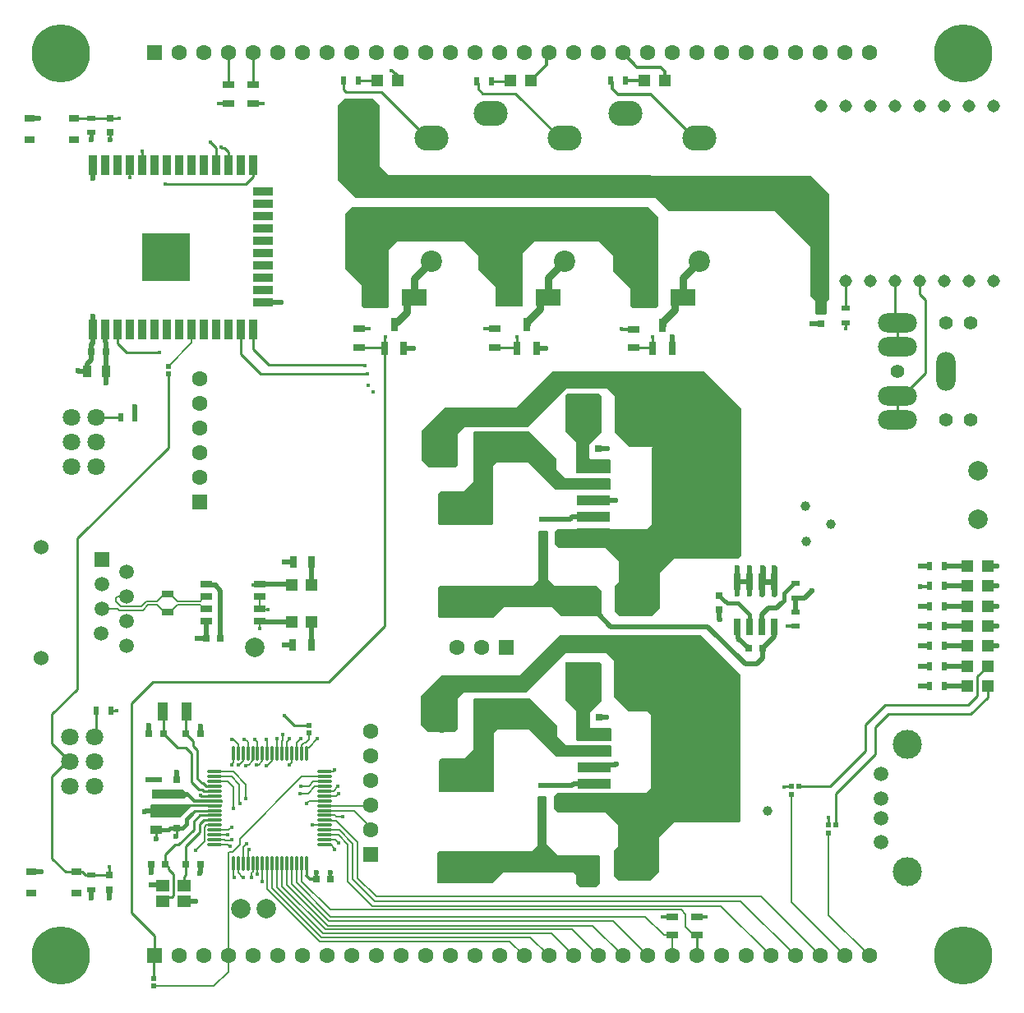
<source format=gbr>
%TF.GenerationSoftware,Altium Limited,Altium Designer,21.8.1 (53)*%
G04 Layer_Physical_Order=1*
G04 Layer_Color=255*
%FSLAX45Y45*%
%MOMM*%
%TF.SameCoordinates,BA403207-4E74-424F-88DB-B819054AD5B4*%
%TF.FilePolarity,Positive*%
%TF.FileFunction,Copper,L1,Top,Signal*%
%TF.Part,Single*%
G01*
G75*
%TA.AperFunction,SMDPad,CuDef*%
%ADD10R,3.50000X1.60000*%
%ADD11R,0.80000X0.80000*%
%ADD12R,0.72000X1.78000*%
%ADD13R,0.90000X0.60000*%
%ADD14R,0.60000X0.60000*%
G04:AMPARAMS|DCode=15|XSize=1.47mm|YSize=0.28mm|CornerRadius=0.035mm|HoleSize=0mm|Usage=FLASHONLY|Rotation=90.000|XOffset=0mm|YOffset=0mm|HoleType=Round|Shape=RoundedRectangle|*
%AMROUNDEDRECTD15*
21,1,1.47000,0.21000,0,0,90.0*
21,1,1.40000,0.28000,0,0,90.0*
1,1,0.07000,0.10500,0.70000*
1,1,0.07000,0.10500,-0.70000*
1,1,0.07000,-0.10500,-0.70000*
1,1,0.07000,-0.10500,0.70000*
%
%ADD15ROUNDEDRECTD15*%
G04:AMPARAMS|DCode=16|XSize=1.47mm|YSize=0.28mm|CornerRadius=0.035mm|HoleSize=0mm|Usage=FLASHONLY|Rotation=0.000|XOffset=0mm|YOffset=0mm|HoleType=Round|Shape=RoundedRectangle|*
%AMROUNDEDRECTD16*
21,1,1.47000,0.21000,0,0,0.0*
21,1,1.40000,0.28000,0,0,0.0*
1,1,0.07000,0.70000,-0.10500*
1,1,0.07000,-0.70000,-0.10500*
1,1,0.07000,-0.70000,0.10500*
1,1,0.07000,0.70000,0.10500*
%
%ADD16ROUNDEDRECTD16*%
%ADD17R,0.90000X2.00000*%
%ADD18R,2.00000X0.90000*%
%ADD19R,5.00000X5.00000*%
%ADD20R,1.30000X0.70000*%
%ADD21R,0.60000X0.60000*%
%ADD22R,0.80000X0.80000*%
%ADD23R,0.90000X0.50000*%
%ADD24R,2.50000X2.30000*%
%ADD25R,5.40000X2.90000*%
%ADD26R,8.60000X10.70000*%
%ADD27R,3.40000X1.00000*%
%ADD28R,0.70000X1.30000*%
%ADD29R,1.20000X1.20000*%
%ADD30R,1.20000X0.80000*%
%ADD31R,0.60000X0.90000*%
%TA.AperFunction,ConnectorPad*%
%ADD32R,0.60000X0.90000*%
%TA.AperFunction,SMDPad,CuDef*%
%ADD33R,2.50000X1.80000*%
%ADD34R,0.50000X0.90000*%
%ADD35R,0.80000X1.40000*%
%ADD36R,1.00000X0.70000*%
%ADD37R,1.40000X1.20000*%
%ADD38R,1.30000X0.90000*%
%ADD39R,1.10000X1.90000*%
%ADD40R,0.90000X1.30000*%
%TA.AperFunction,Conductor*%
%ADD41C,0.20000*%
%ADD42C,0.25400*%
%ADD43C,0.50000*%
%ADD44C,0.30000*%
%ADD45C,0.29300*%
%ADD46C,0.60000*%
%ADD47C,0.28000*%
%ADD48C,0.29337*%
%ADD49C,0.40000*%
%ADD50C,0.19716*%
%ADD51C,0.80000*%
%ADD52C,0.24000*%
%TA.AperFunction,ViaPad*%
%ADD53C,6.00000*%
%TA.AperFunction,ComponentPad*%
%ADD54C,1.60000*%
%ADD55R,1.60000X1.60000*%
%ADD56C,2.00000*%
%ADD57R,1.60000X1.60000*%
%ADD58C,1.52400*%
%ADD59C,1.50000*%
%ADD60R,1.50000X1.50000*%
%ADD61O,3.50000X2.60000*%
%ADD62C,2.20000*%
%ADD63C,3.00000*%
%ADD64C,1.80000*%
%ADD65R,1.30800X1.30800*%
%ADD66C,1.30800*%
%ADD67O,2.00000X4.00000*%
%ADD68O,4.00000X2.00000*%
%ADD69C,1.40000*%
%TA.AperFunction,ViaPad*%
%ADD70C,0.45000*%
%ADD71C,0.60000*%
%ADD72C,1.00000*%
G36*
X5575132Y-6289002D02*
Y-6669003D01*
X5455132Y-6789003D01*
Y-6939002D01*
X5465132Y-6949002D01*
X5665131D01*
X5675132Y-6959003D01*
Y-7079002D01*
X5665132Y-7089003D01*
X5325132D01*
X5315132Y-7079003D01*
Y-6979003D01*
Y-6769002D01*
X5205132Y-6659002D01*
Y-6276653D01*
X5212783Y-6269002D01*
X5555132D01*
X5575132Y-6289002D01*
D02*
G37*
G36*
X5115134Y-6929002D02*
Y-7039002D01*
X5205134Y-7129002D01*
X5665134D01*
X5675134Y-7139002D01*
Y-7239002D01*
X5665134Y-7249002D01*
X5105134D01*
X4825134Y-6969002D01*
X4495134D01*
X4465134Y-6999002D01*
Y-7599002D01*
X4455134Y-7609002D01*
X3905134D01*
X3895134Y-7599002D01*
Y-7289002D01*
X3919310Y-7264826D01*
X4159310D01*
X4255134Y-7169002D01*
Y-6659002D01*
X4265134Y-6649002D01*
X4835134D01*
X5115134Y-6929002D01*
D02*
G37*
G36*
X1290000Y-7610000D02*
X1315612D01*
X1393112Y-7687500D01*
X1661757D01*
X1667500Y-7693243D01*
Y-7710000D01*
X1660392Y-7717108D01*
X1368681D01*
X1311572Y-7660000D01*
X1290000D01*
X1270000Y-7680000D01*
X945648D01*
X940000Y-7674352D01*
Y-7588273D01*
X946135Y-7582138D01*
X1262138D01*
X1290000Y-7610000D01*
D02*
G37*
G36*
X1665000Y-7765000D02*
X1662460Y-7767540D01*
X1342460D01*
X1235000Y-7875000D01*
X930000D01*
X924089Y-7869089D01*
Y-7747500D01*
X934089Y-7737500D01*
X1665000D01*
Y-7765000D01*
D02*
G37*
G36*
X7003447Y-6400946D02*
Y-7906502D01*
X6983447Y-7926502D01*
X6320133D01*
X6170133Y-8076502D01*
Y-8096502D01*
X6169289Y-8435659D01*
X6082397Y-8522550D01*
X5754493D01*
X5703445Y-8471502D01*
Y-8211503D01*
X5743445Y-8171503D01*
Y-7951503D01*
X5613445Y-7821503D01*
X5123445D01*
X5083445Y-7781503D01*
Y-7651503D01*
X5113445Y-7621502D01*
X6033445D01*
X6083445Y-7571503D01*
Y-6816502D01*
X6080133Y-6811503D01*
X6050133Y-6781503D01*
X5855133D01*
X5700133Y-6626502D01*
Y-6256502D01*
X5624354Y-6180723D01*
X5209865D01*
X5170133Y-6216502D01*
X4800133Y-6586502D01*
X4150133D01*
X4090133Y-6646502D01*
Y-6966502D01*
X4070133Y-6986502D01*
Y-6986502D01*
X4069543Y-6989002D01*
X3782633D01*
X3710133Y-6916502D01*
Y-6616502D01*
X3920133Y-6406502D01*
X4730133D01*
X4970133Y-6166502D01*
X5140133Y-5996502D01*
X6599005D01*
X7003447Y-6400946D01*
D02*
G37*
G36*
X5010134Y-7664002D02*
Y-8154002D01*
X5080134Y-8224002D01*
X5120134Y-8264002D01*
X5550134D01*
X5560134Y-8274002D01*
Y-8546502D01*
X5516131Y-8590505D01*
X5346844D01*
X5310133Y-8546502D01*
Y-8466502D01*
X5290133Y-8446502D01*
X5287633Y-8444002D01*
X4560134D01*
X4450134Y-8554002D01*
X3890134D01*
X3880134Y-8546502D01*
Y-8534002D01*
Y-8244002D01*
X3900134Y-8224002D01*
X4850134D01*
X4910134Y-8164002D01*
Y-7664002D01*
X4920134Y-7654002D01*
X5000134D01*
X5010134Y-7664002D01*
D02*
G37*
G36*
X6160000Y-1681000D02*
Y-2600000D01*
X6140000Y-2620000D01*
X5890000D01*
X5870000Y-2600000D01*
Y-2420000D01*
X5690000Y-2240000D01*
Y-2080000D01*
X5550000Y-1940000D01*
X4880000D01*
X4760000Y-2060000D01*
Y-2600000D01*
X4750000Y-2610000D01*
X4490000D01*
X4480000Y-2600000D01*
Y-2410000D01*
X4300000Y-2230000D01*
Y-2080000D01*
X4160000Y-1940000D01*
X3470000D01*
X3385000Y-2025000D01*
Y-2605000D01*
X3367500Y-2622500D01*
X3120651D01*
X3119017Y-2624133D01*
X3097500Y-2602616D01*
Y-2387500D01*
X2930000Y-2220000D01*
Y-1649000D01*
X2999000Y-1580000D01*
X6059000D01*
X6160000Y-1681000D01*
D02*
G37*
G36*
X3290278Y-532778D02*
Y-1165278D01*
X3380000Y-1255000D01*
X6082286D01*
X6085848Y-1258562D01*
X7728040D01*
X7918716Y-1449238D01*
Y-2526780D01*
X7891601Y-2553895D01*
Y-2679045D01*
X7875958Y-2694689D01*
X7790438D01*
X7776880Y-2681131D01*
Y-2549724D01*
X7728103Y-2500946D01*
Y-1999103D01*
X7474801Y-1745801D01*
X7358000Y-1629000D01*
X6271500D01*
X6135000Y-1492500D01*
X3042500D01*
X2857500Y-1307500D01*
Y-530000D01*
X2925000Y-462500D01*
X3220000D01*
X3290278Y-532778D01*
D02*
G37*
G36*
X5570188Y-3525922D02*
Y-3905923D01*
X5450188Y-4025923D01*
Y-4175922D01*
X5460188Y-4185922D01*
X5660188D01*
X5670188Y-4195923D01*
Y-4315922D01*
X5660188Y-4325923D01*
X5320188D01*
X5310188Y-4315923D01*
Y-4215922D01*
Y-4005922D01*
X5200188Y-3895922D01*
Y-3525922D01*
X5220188Y-3505922D01*
X5550188D01*
X5570188Y-3525922D01*
D02*
G37*
G36*
X5110188Y-4175922D02*
Y-4285923D01*
X5200188Y-4375922D01*
X5660188D01*
X5670188Y-4385922D01*
Y-4485922D01*
X5660188Y-4495922D01*
X5100188D01*
X4820188Y-4215922D01*
X4490188D01*
X4460188Y-4245922D01*
Y-4845922D01*
X4450188Y-4855922D01*
X3900188D01*
X3890188Y-4845922D01*
Y-4535922D01*
X3914364Y-4511746D01*
X4154365D01*
X4250188Y-4415923D01*
Y-3905922D01*
X4260188Y-3895922D01*
X4830188D01*
X5110188Y-4175922D01*
D02*
G37*
G36*
X7009503Y-3658279D02*
Y-5169942D01*
X6976824Y-5202622D01*
X6326189Y-5202621D01*
X6176189Y-5352621D01*
Y-5372621D01*
X6175345Y-5711777D01*
X6088453Y-5798669D01*
X5760549D01*
X5709501Y-5747621D01*
Y-5487621D01*
X5749501Y-5447621D01*
Y-5227621D01*
X5619501Y-5097621D01*
X5129501D01*
X5089501Y-5057621D01*
Y-4927621D01*
X5119501Y-4897621D01*
X6039501D01*
X6089501Y-4847621D01*
Y-4067621D01*
X6099501Y-4057621D01*
X5861189D01*
X5706189Y-3902621D01*
Y-3532621D01*
X5630410Y-3456842D01*
X5211968D01*
X4817888Y-3850922D01*
X4167888D01*
X4096189Y-3922621D01*
Y-4242621D01*
X4076189Y-4262621D01*
Y-4262621D01*
X4075599Y-4265121D01*
X3788689D01*
X3716189Y-4192621D01*
Y-3892621D01*
X3957887Y-3650923D01*
X4695388D01*
X5073690Y-3272621D01*
X6623844D01*
X7009503Y-3658279D01*
D02*
G37*
G36*
X5020188Y-4925922D02*
Y-5415922D01*
X5090188Y-5485922D01*
X5520188D01*
X5570188Y-5535922D01*
Y-5695922D01*
Y-5775922D01*
X5545187Y-5800923D01*
X5160188D01*
X5065188Y-5705922D01*
X4570188D01*
X4460188Y-5815922D01*
X3900188D01*
Y-5805922D01*
X3890188Y-5795922D01*
Y-5505922D01*
X3910188Y-5485922D01*
X4860188D01*
X4920188Y-5425923D01*
Y-4925922D01*
X4930188Y-4915922D01*
X5010188D01*
X5020188Y-4925922D01*
D02*
G37*
D10*
X5380189Y-5615922D02*
D03*
X5888189D02*
D03*
X5890133Y-6356502D02*
D03*
X5382133D02*
D03*
X5380189Y-3605922D02*
D03*
X5888189D02*
D03*
X5382133Y-8356502D02*
D03*
X5890133D02*
D03*
D11*
X2781716Y-8512099D02*
D03*
X2631716D02*
D03*
X7087364Y-6128094D02*
D03*
X7237364D02*
D03*
X5540189Y-4075922D02*
D03*
X5390189D02*
D03*
X5395133Y-6839002D02*
D03*
X5545133D02*
D03*
X1649211Y-6027013D02*
D03*
X1499211D02*
D03*
X1081843Y-8353884D02*
D03*
X931843D02*
D03*
X1291843D02*
D03*
X1441843D02*
D03*
X1291843Y-7013884D02*
D03*
X1441843D02*
D03*
X911843D02*
D03*
X1061843D02*
D03*
X317500Y-3075000D02*
D03*
X467500D02*
D03*
D12*
X7352901Y-5909292D02*
D03*
X7225901D02*
D03*
X7098901D02*
D03*
X6971901D02*
D03*
Y-5441292D02*
D03*
X7098901D02*
D03*
X7225901D02*
D03*
X7352901D02*
D03*
D13*
X7571939Y-5610583D02*
D03*
Y-5460583D02*
D03*
X7571536Y-5903947D02*
D03*
Y-5753947D02*
D03*
X1000000Y-7630000D02*
D03*
Y-7480000D02*
D03*
D14*
X2560886Y-7002574D02*
D03*
Y-6922574D02*
D03*
X1108000Y-3305000D02*
D03*
Y-3225000D02*
D03*
X7528516Y-7634371D02*
D03*
Y-7554371D02*
D03*
X961290Y-9529885D02*
D03*
Y-9609885D02*
D03*
X7909882Y-8032963D02*
D03*
Y-7952963D02*
D03*
D15*
X1780001Y-8344000D02*
D03*
X1830000D02*
D03*
X1880001D02*
D03*
X1930000D02*
D03*
X1980001D02*
D03*
X2030001D02*
D03*
X2080000D02*
D03*
X2130001D02*
D03*
X2180000D02*
D03*
X2230001D02*
D03*
X2280001D02*
D03*
X2330000D02*
D03*
X2380001D02*
D03*
X2430000D02*
D03*
X2480001D02*
D03*
X2530001D02*
D03*
Y-7210000D02*
D03*
X2480001D02*
D03*
X2430000D02*
D03*
X2380001D02*
D03*
X2330000D02*
D03*
X2280001D02*
D03*
X2230001D02*
D03*
X2180000D02*
D03*
X2130001D02*
D03*
X2080000D02*
D03*
X2030001D02*
D03*
X1980001D02*
D03*
X1930000D02*
D03*
X1880001D02*
D03*
X1830000D02*
D03*
X1780001D02*
D03*
D16*
X1588001Y-7402000D02*
D03*
Y-7452000D02*
D03*
Y-7502000D02*
D03*
Y-7552000D02*
D03*
Y-7602000D02*
D03*
Y-7652000D02*
D03*
Y-7702000D02*
D03*
Y-7752000D02*
D03*
Y-7802000D02*
D03*
Y-7852000D02*
D03*
Y-7902000D02*
D03*
Y-7952000D02*
D03*
Y-8002000D02*
D03*
Y-8052000D02*
D03*
Y-8102000D02*
D03*
Y-8152000D02*
D03*
X2722000D02*
D03*
Y-8102000D02*
D03*
Y-8052000D02*
D03*
Y-8002000D02*
D03*
Y-7952000D02*
D03*
Y-7902000D02*
D03*
Y-7852000D02*
D03*
Y-7802000D02*
D03*
Y-7752000D02*
D03*
Y-7702000D02*
D03*
Y-7652000D02*
D03*
Y-7602000D02*
D03*
Y-7552000D02*
D03*
Y-7502000D02*
D03*
Y-7452000D02*
D03*
Y-7402000D02*
D03*
D17*
X334000Y-1147332D02*
D03*
X461000D02*
D03*
X588000D02*
D03*
X715000D02*
D03*
X842000D02*
D03*
X969000D02*
D03*
X1096000D02*
D03*
X1223000D02*
D03*
X1350000D02*
D03*
X1477000D02*
D03*
X1604000D02*
D03*
X1731000D02*
D03*
X1858000D02*
D03*
X1985000D02*
D03*
Y-2847332D02*
D03*
X1858000D02*
D03*
X1731000D02*
D03*
X1604000D02*
D03*
X1477000D02*
D03*
X1350000D02*
D03*
X1223000D02*
D03*
X1096000D02*
D03*
X969000D02*
D03*
X842000D02*
D03*
X715000D02*
D03*
X588000D02*
D03*
X461000D02*
D03*
X334000D02*
D03*
D18*
X2085000Y-1425832D02*
D03*
Y-1552832D02*
D03*
Y-1679832D02*
D03*
Y-1806832D02*
D03*
Y-1933832D02*
D03*
Y-2060832D02*
D03*
Y-2187832D02*
D03*
Y-2314832D02*
D03*
Y-2441832D02*
D03*
Y-2568832D02*
D03*
D19*
X1084100Y-2097633D02*
D03*
D20*
X1100000Y-5758000D02*
D03*
Y-5568000D02*
D03*
X6299500Y-9085325D02*
D03*
Y-8895325D02*
D03*
X6553500Y-9085325D02*
D03*
Y-8895325D02*
D03*
X1728488Y-514094D02*
D03*
Y-324095D02*
D03*
X1984073Y-514094D02*
D03*
Y-324095D02*
D03*
X5900000Y-2840000D02*
D03*
Y-3030000D02*
D03*
X3077500Y-2837500D02*
D03*
Y-3027500D02*
D03*
X4472447Y-3027501D02*
D03*
Y-2837501D02*
D03*
D21*
X7528516Y-7554371D02*
D03*
X7608516D02*
D03*
X7989882Y-7952963D02*
D03*
X7909882D02*
D03*
D22*
X6787786Y-5583733D02*
D03*
Y-5733733D02*
D03*
X7832450Y-2637164D02*
D03*
Y-2787164D02*
D03*
X1192500Y-7980000D02*
D03*
Y-7830000D02*
D03*
Y-7630000D02*
D03*
Y-7480000D02*
D03*
X514705Y-665000D02*
D03*
Y-815000D02*
D03*
X500000Y-8620000D02*
D03*
Y-8470000D02*
D03*
D23*
X4960133Y-7546502D02*
D03*
Y-7696502D02*
D03*
X5140133D02*
D03*
Y-7546502D02*
D03*
X5140189Y-4945922D02*
D03*
Y-4795922D02*
D03*
X4970189Y-4945922D02*
D03*
Y-4795922D02*
D03*
X8087629Y-2773733D02*
D03*
Y-2623733D02*
D03*
X317500Y-815000D02*
D03*
Y-665000D02*
D03*
X320000Y-8470000D02*
D03*
Y-8620000D02*
D03*
D24*
X3950189Y-4025922D02*
D03*
X4380189D02*
D03*
X3957633Y-6774002D02*
D03*
X4387633D02*
D03*
D25*
X4180133Y-7416502D02*
D03*
Y-8386502D02*
D03*
X4180190Y-5655922D02*
D03*
Y-4685922D02*
D03*
D26*
X6550189Y-4605922D02*
D03*
X6558130Y-7356818D02*
D03*
D27*
X5490189Y-4945923D02*
D03*
Y-4775922D02*
D03*
Y-4605922D02*
D03*
Y-4435923D02*
D03*
Y-4265922D02*
D03*
X5498130Y-7016818D02*
D03*
Y-7186818D02*
D03*
Y-7356818D02*
D03*
Y-7526818D02*
D03*
Y-7696818D02*
D03*
D28*
X2583155Y-6097502D02*
D03*
X2393155D02*
D03*
X2588155Y-5237502D02*
D03*
X2398155D02*
D03*
D29*
X2588511Y-5855002D02*
D03*
X2378511D02*
D03*
X2588511Y-5473480D02*
D03*
X2378511D02*
D03*
X3475210Y-281088D02*
D03*
X3265210D02*
D03*
X4843339Y-282439D02*
D03*
X4633339D02*
D03*
X6227542Y-278741D02*
D03*
X6017542D02*
D03*
X9550000Y-6520930D02*
D03*
X9340000D02*
D03*
Y-6105443D02*
D03*
X9550000D02*
D03*
X9340000Y-5696042D02*
D03*
X9550000D02*
D03*
X9340000Y-5490000D02*
D03*
X9550000D02*
D03*
Y-5280000D02*
D03*
X9340000D02*
D03*
Y-5900000D02*
D03*
X9550000D02*
D03*
X9340000Y-6313844D02*
D03*
X9550000D02*
D03*
D30*
X2050368Y-5853636D02*
D03*
Y-5726636D02*
D03*
Y-5599636D02*
D03*
Y-5472636D02*
D03*
X1500368Y-5853636D02*
D03*
Y-5726636D02*
D03*
Y-5599636D02*
D03*
Y-5472636D02*
D03*
D31*
X2917272Y-281996D02*
D03*
X3067272D02*
D03*
X4285726Y-284134D02*
D03*
X4435726D02*
D03*
X9103680Y-5280000D02*
D03*
X8953680D02*
D03*
D32*
X5670000Y-280000D02*
D03*
X5820000D02*
D03*
D33*
X6014542Y-2512500D02*
D03*
X6414542D02*
D03*
X3642500Y-2512500D02*
D03*
X3242500D02*
D03*
X4622702Y-2512500D02*
D03*
X5022702D02*
D03*
D34*
X9103461Y-5696364D02*
D03*
X8953461D02*
D03*
X9103680Y-6106794D02*
D03*
X8953680D02*
D03*
X767500Y-3752500D02*
D03*
X617500D02*
D03*
X515000Y-6775000D02*
D03*
X365000D02*
D03*
X8953680Y-5901036D02*
D03*
X9103680D02*
D03*
Y-6520697D02*
D03*
X8953680D02*
D03*
Y-5490000D02*
D03*
X9103680D02*
D03*
X9104390Y-6313388D02*
D03*
X8954390D02*
D03*
D35*
X6100000Y-3040000D02*
D03*
X6300000D02*
D03*
X6200000Y-2800000D02*
D03*
X3436250Y-2795000D02*
D03*
X3536250Y-3035000D02*
D03*
X3336250D02*
D03*
X4801961Y-2795000D02*
D03*
X4901961Y-3035000D02*
D03*
X4701961D02*
D03*
D36*
X-300000Y-8430000D02*
D03*
D03*
Y-8655000D02*
D03*
X160000D02*
D03*
Y-8430000D02*
D03*
X137500Y-665000D02*
D03*
Y-890000D02*
D03*
X-322500D02*
D03*
Y-665000D02*
D03*
D03*
D37*
X1271843Y-8573884D02*
D03*
X1051843D02*
D03*
Y-8733884D02*
D03*
X1271843D02*
D03*
D38*
X988951Y-7997316D02*
D03*
Y-7807316D02*
D03*
D39*
X1301843Y-6783884D02*
D03*
X1051843D02*
D03*
D40*
X467500Y-3275000D02*
D03*
X277500D02*
D03*
D41*
X1108000Y-3225000D02*
X1350000Y-2983000D01*
Y-2847332D01*
X2535249Y-7730378D02*
X2563627Y-7702000D01*
X2722000D01*
X2080000Y-7291695D02*
Y-7210000D01*
X2041336Y-7330359D02*
X2080000Y-7291695D01*
X2015239Y-7335143D02*
X2020022Y-7330359D01*
X2041336D01*
X1844533Y-8094756D02*
X2487289Y-7452000D01*
X2722000D01*
X2604608Y-7502000D02*
X2722000D01*
X2558962Y-7547647D02*
X2604608Y-7502000D01*
X2471191Y-7547647D02*
X2558962D01*
X2621271Y-7552000D02*
X2722000D01*
X2470183Y-7625217D02*
X2548054D01*
X2621271Y-7552000D01*
X2465400Y-7630000D02*
X2470183Y-7625217D01*
X7214996Y-8688996D02*
X7823500Y-9297500D01*
X3251070Y-8688996D02*
X7214996D01*
X3058234Y-8496160D02*
X3251070Y-8688996D01*
X6392720Y-8825046D02*
X6437546Y-8869873D01*
X2776483Y-8825046D02*
X6392720D01*
X2483230Y-8531793D02*
X2776483Y-8825046D01*
X6437546Y-8999371D02*
Y-8869873D01*
X2131600Y-7335319D02*
X2136376D01*
X2116588Y-7343566D02*
X2123353D01*
X2131600Y-7335319D01*
X2136376D02*
X2178700Y-7292995D01*
X1843970Y-7725708D02*
Y-7532480D01*
Y-7725708D02*
X1847150Y-7728887D01*
X1844533Y-8155788D02*
Y-8094756D01*
X1727500Y-9461382D02*
Y-8239408D01*
X2840453Y-7863309D02*
X2904055D01*
X2829144Y-7852000D02*
X2840453Y-7863309D01*
X2724001Y-7904000D02*
X2838761D01*
X2722001Y-7902000D02*
X2724001Y-7904000D01*
X2838761D02*
X3058234Y-8123473D01*
X2722000Y-7852000D02*
X2829144D01*
X2722000Y-7802000D02*
X3025113D01*
X3197580Y-7974467D01*
X3058234Y-8496160D02*
Y-8123473D01*
X2814510Y-8200581D02*
X2819293Y-8205365D01*
X2814510Y-8200581D02*
Y-8185010D01*
X2785500Y-8156000D02*
X2814510Y-8185010D01*
X2726000Y-8156000D02*
X2785500D01*
X2722000Y-8152000D02*
X2726000Y-8156000D01*
X3011719Y-8511171D02*
Y-8143862D01*
X3235035Y-8734486D02*
X7006487D01*
X3011719Y-8511171D02*
X3235035Y-8734486D01*
X2961452Y-8530121D02*
X3214910Y-8783580D01*
X2961452Y-8530121D02*
Y-8152469D01*
X3214910Y-8783580D02*
X6801580D01*
X2281900Y-8584919D02*
X2725013Y-9028032D01*
X5268032D01*
X2281900Y-8584919D02*
Y-8345900D01*
X2230001Y-8591740D02*
Y-8344000D01*
X2689997Y-9108305D02*
X4840305D01*
X2180000Y-8598308D02*
Y-8344000D01*
X2230001Y-8591740D02*
X2706292Y-9068032D01*
X5054032D01*
X2180000Y-8598308D02*
X2689997Y-9108305D01*
X2130001Y-8606281D02*
X2672025Y-9148305D01*
X2130001Y-8606281D02*
Y-8344000D01*
X2672025Y-9148305D02*
X4626305D01*
X2330000Y-8565599D02*
X2751243Y-8986842D01*
X5480842D01*
X2330000Y-8565599D02*
Y-8344000D01*
X2380001Y-8555429D02*
Y-8344000D01*
Y-8555429D02*
X2765242Y-8940671D01*
X5688671D01*
X2430000Y-8543809D02*
Y-8344000D01*
X2783408Y-8897216D02*
X6026524D01*
X2430000Y-8543809D02*
X2783408Y-8897216D01*
X2483230Y-8531793D02*
Y-8347229D01*
X2079801Y-8534299D02*
Y-8344200D01*
X2080000Y-8344000D01*
X2076990Y-8537110D02*
X2079801Y-8534299D01*
X1880001Y-8344000D02*
Y-8180161D01*
X1916676Y-8143486D01*
X1772628Y-8227692D02*
X1844533Y-8155788D01*
X1739216Y-8227692D02*
X1772628D01*
X1589301Y-8153300D02*
X1590601Y-8152000D01*
X1720780D01*
X1737156Y-8168375D02*
X1743921D01*
X1720780Y-8152000D02*
X1737156Y-8168375D01*
X1697971Y-8107200D02*
X1763593D01*
X1767025Y-8103769D01*
X1692771Y-8102000D02*
X1697971Y-8107200D01*
X2480001Y-8344000D02*
X2483230Y-8347229D01*
X6026524Y-8897216D02*
X6214632Y-9085325D01*
X5688671Y-8940671D02*
X6045500Y-9297500D01*
X5480842Y-8986842D02*
X5791500Y-9297500D01*
X5268032Y-9028032D02*
X5537500Y-9297500D01*
X4626305Y-9148305D02*
X4775500Y-9297500D01*
X2560886Y-7067511D02*
Y-7002574D01*
X2486001Y-7126124D02*
X2505625Y-7106500D01*
X2480001Y-7210000D02*
X2484001Y-7206000D01*
Y-7136785D02*
X2486001Y-7134785D01*
X2521896Y-7106500D02*
X2560886Y-7067511D01*
X2505625Y-7106500D02*
X2521896D01*
X2484001Y-7206000D02*
Y-7136785D01*
X2486001Y-7134785D02*
Y-7126124D01*
X2558317Y-7150442D02*
X2647700Y-7061059D01*
X2530001Y-7154442D02*
X2534001Y-7150442D01*
X2530001Y-7210000D02*
Y-7154442D01*
X2534001Y-7150442D02*
X2558317D01*
X2430000Y-7210000D02*
Y-7105489D01*
X2475199Y-7060290D01*
X3197580Y-8000386D02*
Y-7974467D01*
X715000Y-1147332D02*
X715740Y-1146592D01*
X713440Y-1148893D02*
X715000Y-1147332D01*
X713440Y-1276698D02*
Y-1148893D01*
X1777696Y-7402000D02*
X1906272Y-7530576D01*
Y-7676321D02*
Y-7530576D01*
X1980557Y-5476131D02*
X2046872D01*
X2050368Y-5472636D01*
X1780001Y-8472532D02*
X1793067Y-8485599D01*
Y-8488494D02*
Y-8485599D01*
X7911568Y-8877568D02*
Y-8034650D01*
Y-8877568D02*
X8331500Y-9297500D01*
X7528516Y-8748516D02*
Y-7634371D01*
Y-8748516D02*
X8077500Y-9297500D01*
X7006487Y-8734486D02*
X7569500Y-9297500D01*
X6801580Y-8783580D02*
X7315500Y-9297500D01*
X5054032Y-9068032D02*
X5283500Y-9297500D01*
X4840305Y-9108305D02*
X5029500Y-9297500D01*
X2280001Y-8344000D02*
X2281900Y-8345900D01*
X2001401Y-7069801D02*
X2030001Y-7098400D01*
X2001401Y-7069801D02*
Y-7067978D01*
X2030001Y-7210000D02*
Y-7098400D01*
X1912633Y-7333590D02*
X1938105D01*
X1763491Y-7452000D02*
X1843970Y-7532480D01*
X1909840Y-7336384D02*
X1912633Y-7333590D01*
X1938105D02*
X1978701Y-7292994D01*
X2120602Y-7069724D02*
X2128701Y-7077823D01*
Y-7208700D02*
Y-7077823D01*
X2120602Y-7069724D02*
Y-7065774D01*
X2230001Y-7210000D02*
Y-7060000D01*
X2178700Y-7292995D02*
Y-7211300D01*
X2128701Y-7208700D02*
X2130001Y-7210000D01*
X2869857Y-8002000D02*
X3011719Y-8143862D01*
X2860983Y-8052000D02*
X2961452Y-8152469D01*
X7909882Y-8032963D02*
X7911568Y-8034650D01*
X2279371Y-7081270D02*
X2286758Y-7073884D01*
Y-7018463D01*
X2279371Y-7209371D02*
Y-7081270D01*
X2330000Y-7210000D02*
Y-7097635D01*
X2360335Y-7067300D01*
X2279371Y-7209371D02*
X2280001Y-7210000D01*
X2050368Y-5726636D02*
X2053662Y-5729931D01*
X2137438D01*
X2051050Y-5854319D02*
X2052256Y-5855524D01*
X2050368Y-5853636D02*
X2051050Y-5854319D01*
X2178700Y-7211300D02*
X2180000Y-7210000D01*
X2052256Y-5924472D02*
Y-5855524D01*
X1762700Y-7070000D02*
X1765493Y-7072794D01*
X1782793D01*
X1890160Y-7070072D02*
X1901672D01*
X1887367Y-7067279D02*
X1890160Y-7070072D01*
X1901672D02*
X1930000Y-7098400D01*
Y-7210000D02*
Y-7098400D01*
X2050368Y-5726636D02*
Y-5599636D01*
X1873838Y-8487708D02*
X1878499D01*
X1880546Y-8489755D01*
X2810318Y-7400700D02*
X2824999Y-7386020D01*
X2723300Y-7400700D02*
X2810318D01*
X2723300Y-7600700D02*
X2812866D01*
X2859533Y-7554034D01*
X2837552Y-7652000D02*
X2860998Y-7628554D01*
X2864949D01*
X2722000Y-7652000D02*
X2837552D01*
X1830000Y-8443870D02*
X1873838Y-8487708D01*
X1830000Y-8443870D02*
Y-8344000D01*
X1780001Y-8472532D02*
Y-8344000D01*
X1966864Y-8444041D02*
X1980001Y-8430905D01*
X1966864Y-8493588D02*
Y-8444041D01*
X1980001Y-8430905D02*
Y-8344000D01*
X2027300Y-8458134D02*
X2028701Y-8456734D01*
Y-8345300D01*
X2030001Y-8344000D01*
X1930000Y-8222499D02*
X1945000Y-8207500D01*
X1930000Y-8344000D02*
Y-8222499D01*
X2722000Y-7752000D02*
X3191966D01*
X2722000Y-8002000D02*
X2869857D01*
X2722000Y-8052000D02*
X2860983D01*
X2829127Y-8102075D02*
X2864752Y-8137700D01*
X2722076Y-8102075D02*
X2829127D01*
X2722000Y-8102000D02*
X2722076Y-8102075D01*
X1727500Y-8239408D02*
X1739216Y-8227692D01*
X1780339Y-7779351D02*
Y-7560339D01*
X1722001Y-7502000D02*
X1780339Y-7560339D01*
X1588001Y-7402000D02*
X1777696D01*
X1588001Y-7502000D02*
X1722001D01*
X1588001Y-7452000D02*
X1763491D01*
X1390000Y-8210000D02*
X1481700Y-8118300D01*
X6214632Y-9085325D02*
X6299500D01*
X6437546Y-8999371D02*
X6523501Y-9085325D01*
X6553500D01*
X6299500Y-9085325D02*
X6299500Y-9085325D01*
X6299500Y-9297500D02*
Y-9085325D01*
X2722000Y-7602000D02*
X2723300Y-7600700D01*
X2722000Y-7402000D02*
X2723300Y-7400700D01*
X2355400Y-7331426D02*
X2380001Y-7306825D01*
Y-7210000D01*
X2360335Y-7067300D02*
Y-7063349D01*
X1579905Y-9608976D02*
X1727500Y-9461382D01*
X1272563Y-9608976D02*
X1579905D01*
X1271654Y-9609885D02*
X1272563Y-9608976D01*
X961290Y-9609885D02*
X1271654D01*
X1763549Y-7972500D02*
X1767500D01*
X9366391Y-5681046D02*
X9376391Y-5671046D01*
X1481700Y-8118300D02*
Y-7976607D01*
X1505007Y-7953300D01*
X1586701D01*
X1588001Y-7952000D01*
X1717300Y-8052000D02*
X1720000Y-8054700D01*
X1588001Y-8052000D02*
X1717300D01*
X1588001Y-8102000D02*
X1692771D01*
X1588001Y-8002000D02*
X1734049D01*
X1763549Y-7972500D01*
X1978701Y-7292994D02*
Y-7211300D01*
X1980001Y-7210000D01*
X1878701Y-7292994D02*
Y-7211300D01*
X1830294Y-7329706D02*
X1841988D01*
X1878701Y-7211300D02*
X1880001Y-7210000D01*
X1841988Y-7329706D02*
X1878701Y-7292994D01*
X1827500Y-7332500D02*
X1830294Y-7329706D01*
X1760200Y-7330000D02*
Y-7326049D01*
X1778701Y-7307549D01*
Y-7211300D01*
X1780001Y-7210000D01*
X1828700Y-7208700D02*
X1830000Y-7210000D01*
X1828700Y-7208700D02*
Y-7118701D01*
X1782793Y-7072794D02*
X1828700Y-7118701D01*
X2595000Y-7950000D02*
X2596000Y-7951000D01*
X2721000D01*
X2722000Y-7952000D01*
D42*
X1108000Y-4059919D02*
Y-3305000D01*
X170036Y-4997883D02*
X1108000Y-4059919D01*
X1688336Y-970998D02*
X1731000Y-1013662D01*
X1658874Y-970998D02*
X1688336D01*
X1655124Y-967248D02*
X1658874Y-970998D01*
X2410096Y-6922574D02*
X2560886D01*
X2307722Y-6820200D02*
X2410096Y-6922574D01*
X839929Y-1145261D02*
Y-1005141D01*
Y-1145261D02*
X842000Y-1147332D01*
X588000Y-2990872D02*
X677582Y-3080454D01*
X1018445D01*
X-89854Y-7110146D02*
X100000Y-7300000D01*
X-89854Y-7110146D02*
Y-6808643D01*
X170036Y-6548753D01*
Y-4997883D01*
X730419Y-6694248D02*
X952046Y-6472621D01*
X730419Y-8853287D02*
Y-6694248D01*
X952046Y-6472621D02*
X2761772D01*
X3337500Y-5896893D01*
X8396203Y-7219519D02*
Y-6942815D01*
X7989796Y-7625926D02*
X8396203Y-7219519D01*
X7989796Y-7952877D02*
Y-7625926D01*
X7608516Y-7554371D02*
X7927838D01*
X8295074Y-7187136D01*
X7989796Y-7952877D02*
X7989882Y-7952963D01*
X7909709Y-7873169D02*
X7909795Y-7873256D01*
Y-7952877D02*
X7909882Y-7952963D01*
X7909795Y-7952877D02*
Y-7873256D01*
X7527286Y-7555601D02*
X7528516Y-7554371D01*
X7453353Y-7556831D02*
X7454584Y-7555601D01*
X7527286D01*
X3337500Y-5896893D02*
Y-3036250D01*
X3191966Y-7752000D02*
X3197580Y-7746386D01*
X6553500Y-9085325D02*
X6553500Y-9085325D01*
X6553500Y-9297500D02*
Y-9085325D01*
X3336250Y-3035000D02*
Y-2933371D01*
Y-3035000D02*
X3337500Y-3036250D01*
X3328750Y-3027500D02*
X3336250Y-3035000D01*
Y-2933371D02*
X3344421Y-2925201D01*
Y-2921250D01*
X5490189Y-4945922D02*
X5490189Y-4945923D01*
X5497815Y-7696502D02*
X5498130Y-7696818D01*
X4960133Y-7546502D02*
X4960449Y-7546187D01*
X3077500Y-3027500D02*
X3328750D01*
X1728488Y-324095D02*
X1728500Y-324083D01*
Y5000D01*
X1982500Y-322522D02*
Y5000D01*
Y-322522D02*
X1984073Y-324095D01*
X2057834Y-3301329D02*
X3156708D01*
X2148095Y-3211591D02*
X3129863D01*
X3132490Y-3214217D01*
X1858000Y-3101495D02*
X2057834Y-3301329D01*
X1985000Y-3048496D02*
X2148095Y-3211591D01*
X1985000Y-3048496D02*
Y-2847332D01*
X1858000Y-3101495D02*
Y-2847332D01*
X730419Y-8853287D02*
X965500Y-9088368D01*
X961290Y-9529885D02*
Y-9301710D01*
X965500Y-9297500D01*
Y-9088368D01*
X1600000Y-1143332D02*
Y-971669D01*
X1539824Y-911493D02*
X1600000Y-971669D01*
X1731000Y-1147332D02*
Y-1013662D01*
X1600000Y-1143332D02*
X1604000Y-1147332D01*
X588000Y-2990872D02*
Y-2847332D01*
X8088020Y-2623342D02*
Y-2343474D01*
X8529576Y-6809442D02*
X9374862D01*
X8396203Y-6942815D02*
X8529576Y-6809442D01*
X8295074Y-7187136D02*
Y-6913868D01*
X8494050Y-6714892D01*
X9352542D01*
X4345921Y-410522D02*
X4683022D01*
X5147500Y-875000D02*
X5192500D01*
X4683022Y-410522D02*
X5147500Y-875000D01*
X4302633Y-367234D02*
X4345921Y-410522D01*
X4302633Y-367234D02*
Y-301042D01*
X4285726Y-284134D02*
X4302633Y-301042D01*
X4631644Y-284134D02*
X4633339Y-282439D01*
X4435726Y-284134D02*
X4631644D01*
X3307305Y-399806D02*
X3777500Y-870000D01*
X2944189Y-399806D02*
X3307305D01*
X2917272Y-372889D02*
X2944189Y-399806D01*
X3777500Y-870000D02*
X3822500D01*
X2917272Y-372889D02*
Y-281996D01*
X3068180Y-281088D02*
X3265210D01*
X3067272Y-281996D02*
X3068180Y-281088D01*
X9374862Y-6809442D02*
X9550000Y-6634304D01*
X9352542Y-6714892D02*
X9443216Y-6624218D01*
X9550000Y-6634304D02*
Y-6520930D01*
X9443216Y-6624218D02*
Y-6420628D01*
X9550000Y-6313844D01*
X9336391Y-5711046D02*
X9341391Y-5716046D01*
X6100000Y-3040000D02*
Y-2920000D01*
X5900000Y-3030000D02*
X6090000D01*
X6100000Y-3040000D01*
X4700000Y-3033038D02*
Y-2920000D01*
Y-3033038D02*
X4701961Y-3035000D01*
X4694462Y-3027501D02*
X4700000Y-3033038D01*
X4472447Y-3027501D02*
X4694462D01*
X1588001Y-8152000D02*
X1589301Y-8153300D01*
D43*
X8888677Y-6520833D02*
X8953680D01*
X8858072Y-6520970D02*
X8858209Y-6520833D01*
X8888677D01*
X8858072Y-6314192D02*
X8892346D01*
X8858072Y-6106794D02*
X8953680D01*
X8858072Y-5900636D02*
X8953680D01*
X8893150Y-6313388D02*
X8954390D01*
X8892346Y-6314192D02*
X8893150Y-6313388D01*
X1499211Y-6027013D02*
X1499789Y-6026435D01*
X1498698Y-6027526D02*
X1499211Y-6027013D01*
X8886412Y-5697479D02*
X8887527Y-5696364D01*
X8858072Y-5697479D02*
X8886412D01*
X8887527Y-5696364D02*
X8953461D01*
X8953680Y-6520833D02*
Y-6520697D01*
X8888541Y-6520970D02*
X8888677Y-6520833D01*
X1410077Y-6027526D02*
X1498698D01*
X1409565Y-6028039D02*
X1410077Y-6027526D01*
X7098901Y-5441292D02*
X7099688Y-5442078D01*
Y-5567848D02*
Y-5442078D01*
X6971935Y-5570403D02*
Y-5441325D01*
X6971901Y-5441292D02*
X6971935Y-5441325D01*
X910542Y-7012583D02*
X911843Y-7013884D01*
X909240Y-6927907D02*
X910542Y-6929208D01*
Y-7012583D02*
Y-6929208D01*
X987159Y-7809200D02*
X987701Y-7808658D01*
X871310Y-7809200D02*
X987159D01*
X869425Y-7811084D02*
X871310Y-7809200D01*
X467500Y-3275000D02*
X467714Y-3275214D01*
Y-3391041D02*
Y-3275214D01*
Y-3391041D02*
X467927Y-3391255D01*
X5540670Y-4075442D02*
X5633750D01*
X5540189Y-4075922D02*
X5540670Y-4075442D01*
X5633750D02*
X5634231Y-4074962D01*
X8953680Y-5901036D02*
Y-5900636D01*
X1192561Y-7479939D02*
Y-7403799D01*
X1192621Y-7403739D01*
X1192500Y-7480000D02*
X1192561Y-7479939D01*
X7571939Y-5610583D02*
X7665279D01*
X7738006Y-5537856D01*
X7571737Y-5610784D02*
X7571939Y-5610583D01*
X7571536Y-5753947D02*
X7571737Y-5753745D01*
Y-5610784D01*
X7375216Y-5715183D02*
X7426484Y-5663915D01*
X7290185Y-5715183D02*
X7375216D01*
X7225901Y-5779466D02*
X7290185Y-5715183D01*
X7225901Y-5909292D02*
Y-5779466D01*
X2086335Y-2567498D02*
X2269747D01*
X2271082Y-2566163D01*
X2085000Y-2568832D02*
X2086335Y-2567498D01*
X1649211Y-6027013D02*
Y-5535837D01*
X1592554Y-5479180D02*
X1649211Y-5535837D01*
X2310161Y-5238593D02*
X2397064D01*
X2309070Y-5239684D02*
X2310161Y-5238593D01*
X3933328Y-6798308D02*
X3957633Y-6774002D01*
X3930828Y-6800808D02*
X3957633Y-6774002D01*
Y-6599003D01*
X3930828Y-6978308D02*
Y-6800808D01*
X3750828Y-6798308D02*
X3933328D01*
X7177649Y-6289407D02*
X7237364Y-6229692D01*
X7053874Y-6289407D02*
X7177649D01*
X7237364Y-6229692D02*
Y-6128094D01*
X6669547Y-5905079D02*
X7053874Y-6289407D01*
X6788514Y-5829101D02*
Y-5735824D01*
X6787786Y-5735096D02*
X6788514Y-5735824D01*
X5663449Y-5905079D02*
X6669547D01*
X5536077Y-5777707D02*
X5663449Y-5905079D01*
X7098901Y-5441292D02*
X7100539Y-5439654D01*
Y-5306381D01*
X6971084Y-5440474D02*
X6971901Y-5441292D01*
X6971084Y-5440474D02*
Y-5303826D01*
X6971901Y-5441292D02*
X7098901D01*
X6788514Y-5829101D02*
X6789242Y-5829829D01*
X6989214Y-6035939D02*
Y-6033233D01*
X6971545Y-5909648D02*
X6982902Y-5921005D01*
Y-6026920D02*
Y-5921005D01*
Y-6026920D02*
X6989214Y-6033233D01*
X7237364Y-6128094D02*
X7354030Y-6011427D01*
Y-5910420D01*
X7352901Y-5909292D02*
X7354030Y-5910420D01*
X7344607Y-5917586D02*
X7352901Y-5909292D01*
X6982902Y-6023632D02*
X7087364Y-6128094D01*
X2302295Y-6096787D02*
X2302652Y-6097145D01*
X2392798D01*
X2393155Y-6097502D01*
X2051050Y-5854319D02*
X2377828D01*
X2378511Y-5855002D01*
X2050368Y-5472636D02*
X2050789Y-5473058D01*
X2378089D02*
X2378511Y-5473480D01*
X2050789Y-5473058D02*
X2378089D01*
X1502292Y-5474561D02*
X1590641D01*
X1592554Y-5476474D01*
X1500368Y-5472636D02*
X1502292Y-5474561D01*
X1592554Y-5479180D02*
Y-5476474D01*
X1499789Y-6026435D02*
Y-5854215D01*
X1500368Y-5853636D01*
X5890188Y-3603924D02*
Y-3485288D01*
X8858606Y-5280000D02*
X8953680D01*
X8858072Y-5280535D02*
X8858606Y-5280000D01*
X9103680D02*
X9340000D01*
X1430208Y-8449792D02*
X1440921Y-8439078D01*
X1430208Y-8450302D02*
Y-8449792D01*
X1440921Y-8439078D02*
Y-8354805D01*
X1276046Y-8738087D02*
X1393087D01*
X1395000Y-8740000D01*
X5523131Y-7331817D02*
X5714412D01*
X5722427Y-7323802D01*
X6558130Y-7335805D02*
X6570133Y-7323802D01*
X5722427D02*
X5725133D01*
X6558130Y-7356818D02*
Y-7335805D01*
X5498130Y-7356818D02*
X5523131Y-7331817D01*
X5490189Y-4605922D02*
X5720188D01*
X5250188Y-4795922D02*
X5270188Y-4775922D01*
X5490189D01*
X6210189Y-4945923D02*
X6550189Y-4605922D01*
X4970189Y-4795922D02*
X5140189D01*
X5545133Y-6839002D02*
X5622633D01*
X5289818Y-7526818D02*
X5498130D01*
X4960133Y-7546502D02*
X5140133D01*
X5890133Y-6486502D02*
Y-6356502D01*
X5890133Y-6216502D02*
X5890133Y-6216503D01*
X5890133Y-6486502D02*
X5890133Y-6486502D01*
Y-6356502D02*
X6120133D01*
X5890133D02*
Y-6216503D01*
X5270133Y-7546502D02*
X5289818Y-7526818D01*
X5140133Y-7546502D02*
X5270133D01*
X3950188Y-4195923D02*
Y-4025924D01*
X3950189Y-4025922D01*
X3770188D02*
X3950189D01*
X3950188Y-4025921D02*
X3950189Y-4025922D01*
X3950188Y-4025921D02*
Y-3855922D01*
X5888189Y-3605922D02*
X5890188Y-3607921D01*
X5888189Y-3605922D02*
X5890188Y-3603924D01*
Y-3745922D02*
Y-3607921D01*
X5888189Y-3605922D02*
X6120188D01*
X5140189Y-4795922D02*
X5250188D01*
X9549581Y-6105443D02*
X9550893Y-6106755D01*
X7833235Y-2636379D02*
Y-2344258D01*
X7834020Y-2343474D01*
X7832450Y-2637164D02*
X7833235Y-2636379D01*
X9103680Y-5490000D02*
X9340000D01*
X9103461Y-5696042D02*
X9340000D01*
X9103461Y-5696364D02*
Y-5696042D01*
X9103680Y-5900000D02*
X9340000D01*
X9103680Y-5901036D02*
Y-5900000D01*
X9339581Y-6105443D02*
X9340000D01*
X9103680D02*
X9339581D01*
X9103680Y-6106794D02*
Y-6105443D01*
X9337981Y-6313844D02*
X9342981Y-6318844D01*
X9337981Y-6313844D02*
X9340000D01*
X9103680D02*
X9337981D01*
X9103680Y-6320321D02*
Y-6313844D01*
X9339267Y-6520930D02*
X9346767Y-6528430D01*
X9339267Y-6520930D02*
X9340000D01*
X9103680D02*
X9339267D01*
X9103680D02*
Y-6520697D01*
X9560123Y-5697313D02*
X9647233D01*
X9550000Y-5900000D02*
X9550325Y-5900324D01*
X9649420D01*
X9649744Y-5900649D01*
X9648432Y-6106755D02*
X9649744Y-6108067D01*
X9550893Y-6106755D02*
X9648432D01*
X9336352Y-6108673D02*
X9339581Y-6105443D01*
X9550000Y-5490000D02*
X9645000D01*
X9550000Y-5280000D02*
X9645000D01*
X6300000Y-3030000D02*
Y-2920000D01*
X4906962Y-3040000D02*
X5000000D01*
X3536250Y-3035000D02*
X3635000D01*
X930921Y-8439078D02*
Y-8354805D01*
X931843Y-8353884D01*
X930000Y-8440000D02*
X930921Y-8439078D01*
X900062Y-7480284D02*
X998745D01*
X2397064Y-5238593D02*
X2398155Y-5237502D01*
X2588333Y-5473302D02*
Y-5237680D01*
X2585833Y-6094824D02*
Y-5857680D01*
X2583155Y-6097502D02*
X2585833Y-6094824D01*
X2588155Y-5237502D02*
X2588333Y-5237680D01*
Y-5473302D02*
X2588511Y-5473480D01*
X2585833Y-5857680D02*
X2588511Y-5855002D01*
X7742451Y-2787164D02*
X7832450D01*
X181913Y-3271913D02*
X274413D01*
X277500Y-3275000D01*
X180000Y-3270000D02*
X181913Y-3271913D01*
X277500Y-3275000D02*
Y-3237501D01*
X1440000Y-6930000D02*
X1440921Y-6930922D01*
Y-7012963D02*
Y-6930922D01*
Y-7012963D02*
X1441843Y-7013884D01*
X467500Y-3275000D02*
Y-3075000D01*
Y-2980000D01*
X462500Y-2975000D02*
X467500Y-2980000D01*
X462500Y-2975000D02*
Y-2848832D01*
X461000Y-2847332D02*
X462500Y-2848832D01*
X317345Y-3075155D02*
X317500Y-3075000D01*
Y-3000000D02*
X332500Y-2985000D01*
X317500Y-3075000D02*
Y-3000000D01*
X334000Y-2847332D02*
X334100Y-2847232D01*
X332500Y-2985000D02*
Y-2848833D01*
X334000Y-2847332D01*
X767500Y-3752500D02*
Y-3642500D01*
X-322500Y-665000D02*
X-321250Y-666250D01*
X-226250D02*
X-225000Y-667500D01*
X-321250Y-666250D02*
X-226250D01*
X277499Y-3237500D02*
Y-3200556D01*
Y-3237500D02*
X277500Y-3237501D01*
X277499Y-3200556D02*
X317345Y-3160710D01*
Y-3075155D01*
X1271843Y-8733884D02*
X1276046Y-8738087D01*
X1047959Y-8570000D02*
X1051843Y-8573884D01*
X930000Y-8570000D02*
X1047959D01*
X320000Y-8700000D02*
Y-8620000D01*
X500000Y-8700000D02*
Y-8620000D01*
X-300000Y-8430000D02*
X-200000D01*
X334050Y-1287583D02*
X334100Y-1287633D01*
X334000Y-1147332D02*
X334050Y-1147382D01*
Y-1287583D02*
Y-1147382D01*
X334100Y-2847232D02*
Y-2707633D01*
D44*
X6199379Y-8895619D02*
X6264107D01*
X6264402Y-8895914D01*
X6199084D02*
X6199379Y-8895619D01*
X2632155Y-8511660D02*
Y-8442401D01*
X2632593Y-8441962D01*
X2631716Y-8512099D02*
X2632155Y-8511660D01*
X2530001Y-8473400D02*
X2568699Y-8512099D01*
X2631716D01*
X2781286Y-8511669D02*
Y-8441183D01*
Y-8511669D02*
X2781716Y-8512099D01*
X2780856Y-8440753D02*
X2781286Y-8441183D01*
X7571116Y-5904366D02*
X7571536Y-5903947D01*
X7489819Y-5904366D02*
X7571116D01*
X7489399Y-5904786D02*
X7489819Y-5904366D01*
X1626881Y-514169D02*
X1728413D01*
X1728488Y-514094D01*
X1626807Y-514244D02*
X1626881Y-514169D01*
X2083522Y-515098D02*
X2084525Y-516101D01*
X1984073Y-514094D02*
X1985076Y-515098D01*
X2083522D01*
X8953174Y-5490506D02*
X8953680Y-5490000D01*
X8859494Y-5490506D02*
X8953174D01*
X6553500Y-8895325D02*
X6553832Y-8895657D01*
X6652730D01*
X3077500Y-2837500D02*
X3078555Y-2836445D01*
X3174728D01*
X3175783Y-2835389D01*
X4369415Y-2838247D02*
X4369789Y-2837874D01*
X4472074D01*
X8087629Y-2623733D02*
X8088020Y-2623342D01*
X6532500Y-875000D02*
X6577500D01*
X6079332Y-421833D02*
X6532500Y-875000D01*
X5740981Y-421833D02*
X6079332D01*
X5685000Y-365852D02*
Y-295000D01*
X5670000Y-280000D02*
X5685000Y-295000D01*
Y-365852D02*
X5740981Y-421833D01*
X6016283Y-280000D02*
X6017542Y-278741D01*
X5820000Y-280000D02*
X6016283D01*
X5792500Y5000D02*
X5939812Y-142312D01*
X6180845D02*
X6227542Y-189009D01*
X5939812Y-142312D02*
X6180845D01*
X6227542Y-278741D02*
Y-189009D01*
X5005778Y-19721D02*
X5030500Y5000D01*
X4843339Y-282439D02*
X5005778Y-120000D01*
Y-19721D01*
X3445538Y-210366D02*
X3455131D01*
X3472705Y-227940D01*
X3407862Y-175397D02*
X3410568D01*
X3445538Y-210366D01*
X3472705Y-278583D02*
Y-227940D01*
Y-278583D02*
X3475210Y-281088D01*
X5777500Y-2837500D02*
X5780000Y-2840000D01*
X5900000D01*
X4901961Y-3035000D02*
X4906962Y-3040000D01*
X4472074Y-2837874D02*
X4472447Y-2837501D01*
D45*
X515572Y-665867D02*
X601332D01*
X514705Y-665000D02*
X515572Y-665867D01*
X601332D02*
X602199Y-666734D01*
X515000Y-6775000D02*
X516584Y-6776584D01*
X575844D01*
X317500Y-665000D02*
X514705D01*
X137500D02*
X317500D01*
X1073755Y-1345347D02*
X1907721D01*
X1985000Y-1268067D02*
Y-1147332D01*
X1907721Y-1345347D02*
X1985000Y-1268067D01*
X364000Y-3752000D02*
X617000D01*
X617500Y-3752500D01*
X8090129Y-2838733D02*
Y-2776233D01*
X8087629Y-2773733D02*
X8090129Y-2776233D01*
X1373193Y-7912534D02*
X1433727Y-7852000D01*
X1373193Y-7996807D02*
Y-7912534D01*
X1214116Y-8155884D02*
X1373193Y-7996807D01*
X1179843Y-8155884D02*
X1214116D01*
X137500Y-665000D02*
X137500Y-665000D01*
X354000Y-7046000D02*
X365000Y-7035000D01*
Y-6775000D01*
X1433727Y-7852000D02*
X1588001D01*
X1145462Y-8694107D02*
X1161864Y-8677705D01*
Y-8459459D01*
X1091620Y-8694107D02*
X1145462D01*
X1107843Y-8405438D02*
Y-8379884D01*
Y-8405438D02*
X1161864Y-8459459D01*
X1081843Y-8353884D02*
Y-8253884D01*
X1179843Y-8155884D01*
D46*
X7352201Y-5572158D02*
Y-5441992D01*
X7352901Y-5441292D01*
X7225901D02*
X7227895Y-5443285D01*
Y-5572158D02*
Y-5443285D01*
X7352901Y-5441292D02*
X7354083Y-5440110D01*
Y-5298020D01*
X7229776Y-5437417D02*
Y-5298020D01*
X7225901Y-5441292D02*
X7229776Y-5437417D01*
X7225901Y-5441292D02*
X7352901D01*
D47*
X1192338Y-7985162D02*
X1195000Y-7982500D01*
X1192338Y-8065340D02*
Y-7985162D01*
X1192175Y-8065503D02*
X1192338Y-8065340D01*
X1452263Y-7652000D02*
X1588001D01*
X1438765Y-7643102D02*
X1443365D01*
X1462168Y-7586602D02*
X1477566Y-7602000D01*
X1588001D01*
X1443365Y-7643102D02*
X1452263Y-7652000D01*
X1426602Y-7586602D02*
X1462168D01*
X1350000Y-7510000D02*
X1426602Y-7586602D01*
X1410000Y-7472041D02*
X1458500Y-7520541D01*
X1469377D01*
X1500836Y-7552000D02*
X1588001D01*
X1410000Y-7472041D02*
Y-7182041D01*
X1469377Y-7520541D02*
X1500836Y-7552000D01*
X2530001Y-8473400D02*
Y-8344000D01*
X1271843Y-8573884D02*
X1281843Y-8563884D01*
X1291843Y-8168157D02*
X1435000Y-8025000D01*
Y-7940000D01*
X1473000Y-7902000D01*
X1291843Y-8353884D02*
Y-8168157D01*
X1350000Y-7510000D02*
Y-7212041D01*
X1361843Y-7133884D02*
X1410000Y-7182041D01*
X1291843Y-7153884D02*
X1350000Y-7212041D01*
X513455Y-816250D02*
X514705Y-815000D01*
X513455Y-888750D02*
Y-816250D01*
X512205Y-889999D02*
X513455Y-888750D01*
X985000Y-8092500D02*
Y-8001267D01*
X988951Y-7997316D01*
X1473000Y-7902000D02*
X1588001D01*
X1271843Y-8573884D02*
Y-8485486D01*
X1291843Y-8465486D01*
Y-8353884D01*
X1051843Y-8733884D02*
X1091620Y-8694107D01*
X1081843Y-8353884D02*
X1107843Y-8379884D01*
X1291843Y-7013884D02*
X1361843Y-7083884D01*
Y-7133884D02*
Y-7083884D01*
X1051843Y-6783884D02*
X1061843Y-6793884D01*
Y-7013884D02*
Y-6793884D01*
Y-7013884D02*
X1201843Y-7153884D01*
X1291843D01*
X1291843Y-7013884D02*
Y-6793884D01*
X1301843Y-6783884D01*
D48*
X500000Y-8394167D02*
X505844Y-8388323D01*
X500000Y-8470000D02*
Y-8394167D01*
X505844Y-8388323D02*
Y-8384084D01*
X8773224Y-3430396D02*
Y-3430396D01*
X8908270Y-3295349D02*
Y-2540364D01*
X8677643Y-3525977D02*
X8773224Y-3430396D01*
Y-3430396D02*
X8908270Y-3295349D01*
X8623824Y-3525977D02*
X8677643D01*
X8623824Y-3775977D02*
Y-3525977D01*
X8850020Y-2482114D02*
X8908270Y-2540364D01*
X8850020Y-2482114D02*
Y-2343474D01*
X8623824Y-3025977D02*
Y-2775977D01*
X8596020Y-2748173D02*
Y-2343474D01*
Y-2748173D02*
X8623824Y-2775977D01*
X-87500Y-8292500D02*
Y-7452500D01*
X65000Y-7300000D02*
X100000D01*
X-87500Y-7452500D02*
X65000Y-7300000D01*
X-87500Y-8292500D02*
X50000Y-8430000D01*
X160000D01*
X220000D01*
X253221Y-8463220D01*
X313220D01*
X320000Y-8470000D01*
X500000D01*
D49*
X7453993Y-5636405D02*
Y-5563528D01*
X7556939Y-5460583D02*
X7571939D01*
X7453993Y-5563528D02*
X7556939Y-5460583D01*
X7426484Y-5663915D02*
X7453993Y-5636405D01*
X7094723Y-5905113D02*
Y-5783723D01*
X6975938Y-5664938D02*
X7094723Y-5783723D01*
X6869702Y-5664938D02*
X6975938D01*
X7094723Y-5905113D02*
X7098901Y-5909292D01*
X6787786Y-5583733D02*
X6847786Y-5643733D01*
X6848497D01*
X6869702Y-5664938D01*
X317500Y-884574D02*
Y-815000D01*
X1190000Y-7982500D02*
X1192500Y-7980000D01*
X1297500Y-7937500D02*
Y-7890000D01*
X1348758Y-7838742D01*
X1252500Y-7982500D02*
X1297500Y-7937500D01*
X1192500Y-7980000D02*
X1195000Y-7982500D01*
X1252500D01*
X988951Y-7997316D02*
X991635Y-8000000D01*
X1130000Y-7982500D02*
X1190000D01*
X1112500Y-8000000D02*
X1130000Y-7982500D01*
X991635Y-8000000D02*
X1112500D01*
D50*
X570399Y-5649115D02*
Y-5609586D01*
X586985Y-5593000D02*
X684000D01*
X570399Y-5609586D02*
X586985Y-5593000D01*
X618858Y-5697574D02*
X829895D01*
X570399Y-5649115D02*
X618858Y-5697574D01*
X430000Y-5720000D02*
X585117D01*
X602407Y-5737290D01*
X846346D01*
X1105000Y-5733000D02*
X1130000Y-5758000D01*
X994858Y-5682858D02*
X1070000Y-5758000D01*
X900777Y-5682858D02*
X994858D01*
X1070000Y-5758000D02*
X1100000D01*
X884327Y-5643142D02*
X994858D01*
X1070000Y-5568000D02*
X1100000D01*
X994858Y-5643142D02*
X1070000Y-5568000D01*
X846346Y-5737290D02*
X900777Y-5682858D01*
X829895Y-5697574D02*
X884327Y-5643142D01*
X1130000Y-5758000D02*
X1205006Y-5682994D01*
X1100000Y-5758000D02*
X1130000D01*
X1205006Y-5682994D02*
X1378525D01*
X1205278Y-5643279D02*
X1362074D01*
X1100000Y-5568000D02*
X1130000D01*
X1205278Y-5643279D01*
X1450225Y-5696494D02*
X1480368Y-5726636D01*
X1500368D01*
X1450225Y-5696494D02*
Y-5694544D01*
X1438676Y-5682994D02*
X1450225Y-5694544D01*
X1362074Y-5643278D02*
X1438676D01*
X1450225Y-5631729D01*
Y-5629778D02*
X1480368Y-5599636D01*
X1450225Y-5631729D02*
Y-5629778D01*
X1378525Y-5682994D02*
X1378525Y-5682994D01*
X1438676D01*
X1362074Y-5643279D02*
X1362074Y-5643278D01*
X1480368Y-5599636D02*
X1500368D01*
D51*
X4801961Y-2765000D02*
X4937702Y-2629259D01*
Y-2562500D01*
X4987702Y-2512500D02*
X5022702D01*
X4801961Y-2795000D02*
Y-2765000D01*
X4937702Y-2562500D02*
X4987702Y-2512500D01*
X5022702D02*
Y-2314798D01*
X5192500Y-2145000D01*
X3436250Y-2765000D02*
X3466250D01*
X3568272Y-2662978D01*
Y-2562500D02*
X3618272Y-2512500D01*
X3568272Y-2662978D02*
Y-2562500D01*
X3436250Y-2795000D02*
Y-2765000D01*
X3618272Y-2512500D02*
X3642500D01*
X6200000Y-2770000D02*
X6329542Y-2640458D01*
Y-2562500D02*
X6379542Y-2512500D01*
X6200000Y-2800000D02*
Y-2770000D01*
X6329542Y-2640458D02*
Y-2562500D01*
X6379542Y-2512500D02*
X6414542D01*
Y-2307958D01*
X6577500Y-2145000D01*
X3642500Y-2512500D02*
Y-2320000D01*
X3822500Y-2140000D01*
D52*
X1385500Y-7802000D02*
X1588001D01*
X1348758Y-7838742D02*
X1385500Y-7802000D01*
D53*
X9300000Y-9300000D02*
D03*
Y0D02*
D03*
X0D02*
D03*
Y-9300000D02*
D03*
D54*
X4080000Y-6122000D02*
D03*
X4334000D02*
D03*
X3197580Y-8000386D02*
D03*
Y-7746386D02*
D03*
Y-7492386D02*
D03*
Y-7238386D02*
D03*
Y-6984386D02*
D03*
X2235500Y-9297500D02*
D03*
X8331500D02*
D03*
X8077500D02*
D03*
X7823500D02*
D03*
X7569500D02*
D03*
X7315500D02*
D03*
X7061500D02*
D03*
X6807500D02*
D03*
X6553500D02*
D03*
X6299500D02*
D03*
X6045500D02*
D03*
X5791500D02*
D03*
X5537500D02*
D03*
X5283500D02*
D03*
X5029500D02*
D03*
X4775500D02*
D03*
X4521500D02*
D03*
X4267500D02*
D03*
X4013500D02*
D03*
X3759500D02*
D03*
X3505500D02*
D03*
X3251500D02*
D03*
X2997500D02*
D03*
X2743500D02*
D03*
X2489500D02*
D03*
X1981500D02*
D03*
X1727500D02*
D03*
X1473500D02*
D03*
X1219500D02*
D03*
X2236500Y5000D02*
D03*
X8332500D02*
D03*
X8078500D02*
D03*
X7824500D02*
D03*
X7570500D02*
D03*
X7316500D02*
D03*
X7062500D02*
D03*
X6808500D02*
D03*
X6554500D02*
D03*
X6300500D02*
D03*
X6046500D02*
D03*
X5792500D02*
D03*
X5538500D02*
D03*
X5284500D02*
D03*
X5030500D02*
D03*
X4776500D02*
D03*
X4522500D02*
D03*
X4268500D02*
D03*
X4014500D02*
D03*
X3760500D02*
D03*
X3506500D02*
D03*
X3252500D02*
D03*
X2998500D02*
D03*
X2744500D02*
D03*
X2490500D02*
D03*
X1982500D02*
D03*
X1728500D02*
D03*
X1474500D02*
D03*
X1220500D02*
D03*
X1432772Y-4371255D02*
D03*
Y-4117255D02*
D03*
Y-3863255D02*
D03*
Y-3609255D02*
D03*
Y-3355255D02*
D03*
D55*
X4588000Y-6122000D02*
D03*
X965500Y-9297500D02*
D03*
X966500Y5000D02*
D03*
D56*
X1859160Y-8814302D02*
D03*
X2119160Y-8811802D02*
D03*
X1996660Y-6124302D02*
D03*
X9450000Y-4800000D02*
D03*
Y-4300000D02*
D03*
D57*
X3197580Y-8254386D02*
D03*
X1432772Y-4625255D02*
D03*
D58*
X-200000Y-6232000D02*
D03*
Y-5089000D02*
D03*
D59*
X684000Y-5339000D02*
D03*
Y-6101000D02*
D03*
Y-5847000D02*
D03*
Y-5593000D02*
D03*
X420000Y-5974000D02*
D03*
X430000Y-5720000D02*
D03*
Y-5466000D02*
D03*
X8452540Y-7428042D02*
D03*
Y-7678042D02*
D03*
Y-7878042D02*
D03*
Y-8128042D02*
D03*
D60*
X430000Y-5212000D02*
D03*
D61*
X6577500Y-875000D02*
D03*
X5817500Y-621000D02*
D03*
X5192500Y-875000D02*
D03*
X4432500Y-621000D02*
D03*
X3822500Y-870000D02*
D03*
X3062500Y-616000D02*
D03*
D62*
X6577500Y-2145000D02*
D03*
X5817500D02*
D03*
X5192500D02*
D03*
X4432500D02*
D03*
X3822500Y-2140000D02*
D03*
X3062500D02*
D03*
D63*
X8723540Y-7121042D02*
D03*
Y-8435042D02*
D03*
D64*
X364000Y-4260000D02*
D03*
X110000D02*
D03*
Y-4006000D02*
D03*
Y-3752000D02*
D03*
X364000D02*
D03*
Y-4006000D02*
D03*
X354000Y-7300000D02*
D03*
Y-7046000D02*
D03*
X100000D02*
D03*
Y-7300000D02*
D03*
Y-7554000D02*
D03*
X354000D02*
D03*
D65*
X7834020Y-2343474D02*
D03*
D66*
X8088020D02*
D03*
X8342020D02*
D03*
X8596020D02*
D03*
X8850020D02*
D03*
X9104020D02*
D03*
X9358020D02*
D03*
X9612020D02*
D03*
X7834020Y-540074D02*
D03*
X8088020D02*
D03*
X8342020D02*
D03*
X8596020D02*
D03*
X8850020D02*
D03*
X9104020D02*
D03*
X9358020D02*
D03*
X9612020D02*
D03*
D67*
X9123824Y-3275977D02*
D03*
D68*
X8623824Y-3775977D02*
D03*
Y-3525977D02*
D03*
Y-3025977D02*
D03*
Y-2775977D02*
D03*
D69*
Y-3275977D02*
D03*
X9123824Y-3775977D02*
D03*
Y-2775977D02*
D03*
X9373824D02*
D03*
Y-3775977D02*
D03*
D70*
X6199084Y-8895914D02*
D03*
X602199Y-666734D02*
D03*
X2535249Y-7730378D02*
D03*
X2137438Y-5729931D02*
D03*
X1655124Y-967248D02*
D03*
X505844Y-8384084D02*
D03*
X575844Y-6776584D02*
D03*
X2116588Y-7343566D02*
D03*
X2647700Y-7061059D02*
D03*
X1760200Y-7330000D02*
D03*
X1887367Y-7067279D02*
D03*
X2355400Y-7331426D02*
D03*
X2360335Y-7063349D02*
D03*
X2475199Y-7060290D02*
D03*
X1909840Y-7336384D02*
D03*
X2015239Y-7335143D02*
D03*
X2286758Y-7018463D02*
D03*
X1762700Y-7070000D02*
D03*
X1827500Y-7332500D02*
D03*
X2001401Y-7067978D02*
D03*
X2120602Y-7065774D02*
D03*
X2230001Y-7060000D02*
D03*
X1438765Y-7643102D02*
D03*
X1847150Y-7728887D02*
D03*
X2471191Y-7547647D02*
D03*
X2904055Y-7863309D02*
D03*
X2819293Y-8205365D02*
D03*
X2076990Y-8537110D02*
D03*
X1916676Y-8143486D02*
D03*
X1743921Y-8168375D02*
D03*
X1767025Y-8103769D02*
D03*
X7489399Y-5904786D02*
D03*
X2307722Y-6820200D02*
D03*
X1073755Y-1345347D02*
D03*
X713440Y-1276698D02*
D03*
X839929Y-1005141D02*
D03*
X1018445Y-3080454D02*
D03*
X1906272Y-7676321D02*
D03*
X1980557Y-5476131D02*
D03*
X1626807Y-514244D02*
D03*
X2084525Y-516101D02*
D03*
X1793067Y-8488494D02*
D03*
X7909709Y-7873169D02*
D03*
X2052256Y-5924472D02*
D03*
X3165849Y-3416740D02*
D03*
X1880546Y-8489755D02*
D03*
X8090129Y-2838733D02*
D03*
X3223010Y-3489518D02*
D03*
X2824999Y-7386020D02*
D03*
X2859533Y-7554034D02*
D03*
X2864949Y-7628554D02*
D03*
X1966864Y-8493588D02*
D03*
X2027300Y-8458134D02*
D03*
X1945000Y-8207500D02*
D03*
X2864752Y-8137700D02*
D03*
X1780339Y-7779351D02*
D03*
X1390000Y-8210000D02*
D03*
X6652730Y-8895657D02*
D03*
X7453353Y-7556831D02*
D03*
X3175783Y-2835389D02*
D03*
X4369415Y-2838247D02*
D03*
X2465400Y-7630000D02*
D03*
X3344421Y-2921250D02*
D03*
X3156708Y-3301329D02*
D03*
X3132490Y-3214217D02*
D03*
X1767500Y-7972500D02*
D03*
X1539824Y-911493D02*
D03*
X3407862Y-175397D02*
D03*
X6100000Y-2920000D02*
D03*
X5777500Y-2837500D02*
D03*
X4700000Y-2920000D02*
D03*
X1720000Y-8054700D02*
D03*
X2595000Y-7950000D02*
D03*
D71*
X1409565Y-6028039D02*
D03*
X7352201Y-5572158D02*
D03*
X7227895D02*
D03*
X6971935D02*
D03*
X7099688D02*
D03*
X909240Y-6927907D02*
D03*
X1192175Y-8065503D02*
D03*
X869425Y-7811084D02*
D03*
X467927Y-3391255D02*
D03*
X5634231Y-4074962D02*
D03*
X8858072Y-5697479D02*
D03*
Y-5900636D02*
D03*
Y-6104877D02*
D03*
Y-6314192D02*
D03*
Y-6520970D02*
D03*
X1192621Y-7403739D02*
D03*
X2632593Y-8441962D02*
D03*
X2780856Y-8440753D02*
D03*
X7738006Y-5537856D02*
D03*
X2271082Y-2566163D02*
D03*
X2309070Y-5239684D02*
D03*
X3957633Y-6599003D02*
D03*
X3930828Y-6978308D02*
D03*
X3750828Y-6798308D02*
D03*
X7100539Y-5298020D02*
D03*
X6971084D02*
D03*
X6789242Y-5829829D02*
D03*
X6989214Y-6035939D02*
D03*
X7354083Y-5298020D02*
D03*
X7229776D02*
D03*
X8858072Y-5490506D02*
D03*
X2302295Y-6096787D02*
D03*
X1592554Y-5476474D02*
D03*
X5890188Y-3485288D02*
D03*
X8858072Y-5280535D02*
D03*
X6890188Y-4165922D02*
D03*
X1430208Y-8450302D02*
D03*
X5436462Y-8532609D02*
D03*
X5350133Y-8509202D02*
D03*
X5524469D02*
D03*
X1395000Y-8740000D02*
D03*
X5880133Y-8489202D02*
D03*
X6270133Y-7323802D02*
D03*
X5725133D02*
D03*
X6570133D02*
D03*
X6870133D02*
D03*
X6050133Y-8356502D02*
D03*
X9647233Y-5697313D02*
D03*
X9649744Y-5900649D02*
D03*
Y-6108067D02*
D03*
X9645000Y-5490000D02*
D03*
X9645000Y-5280000D02*
D03*
X6300000Y-2920000D02*
D03*
X5000000Y-3040000D02*
D03*
X6570188Y-4605922D02*
D03*
Y-4165922D02*
D03*
X6890188Y-5065922D02*
D03*
Y-4605922D02*
D03*
X5390187Y-3730922D02*
D03*
X5540187D02*
D03*
X5720188Y-4605922D02*
D03*
X5890188Y-3745922D02*
D03*
X5895187Y-5760922D02*
D03*
Y-5460923D02*
D03*
X6065187Y-5620922D02*
D03*
X6120188Y-3605922D02*
D03*
X6220188Y-5065922D02*
D03*
Y-4165922D02*
D03*
Y-4605922D02*
D03*
X6570188Y-5065922D02*
D03*
X5294189Y-5735922D02*
D03*
X3770188Y-4025922D02*
D03*
X3950188Y-3855922D02*
D03*
Y-4195923D02*
D03*
X5295187Y-5520922D02*
D03*
X5125187Y-5610922D02*
D03*
X5135187Y-5030923D02*
D03*
X5240187Y-3730922D02*
D03*
X3635000Y-3035000D02*
D03*
X930000Y-8440000D02*
D03*
X900062Y-7480284D02*
D03*
X5622633Y-6839002D02*
D03*
X6870133Y-6946502D02*
D03*
X6570133D02*
D03*
X6270133D02*
D03*
X5140133Y-7789202D02*
D03*
X5880133Y-8256502D02*
D03*
X5545133Y-6496502D02*
D03*
X5395133D02*
D03*
X5245133D02*
D03*
X6870133Y-7796502D02*
D03*
X6270133D02*
D03*
X7742451Y-2787164D02*
D03*
X180000Y-3270000D02*
D03*
X1440000Y-6930000D02*
D03*
X6120133Y-6356502D02*
D03*
X5890133Y-6216502D02*
D03*
Y-6486502D02*
D03*
X6570133Y-7796502D02*
D03*
X317926Y-885000D02*
D03*
X767500Y-3642500D02*
D03*
X-225000Y-667500D02*
D03*
X512205Y-889999D02*
D03*
X985000Y-8092500D02*
D03*
X930000Y-8570000D02*
D03*
X500000Y-8700000D02*
D03*
X320000D02*
D03*
X-200000Y-8430000D02*
D03*
X904100Y-2277633D02*
D03*
Y-1917633D02*
D03*
X334100Y-1287633D02*
D03*
X904100Y-2097633D02*
D03*
X334100Y-2707633D02*
D03*
X1264100Y-2277633D02*
D03*
Y-2097633D02*
D03*
Y-1917633D02*
D03*
X1084100D02*
D03*
Y-2277633D02*
D03*
Y-2097633D02*
D03*
D72*
X7280384Y-7808457D02*
D03*
X7936742Y-4852877D02*
D03*
X7677192Y-4665332D02*
D03*
X7678507Y-5025739D02*
D03*
%TF.MD5,c04b2890519af56cc4803951e49ab56f*%
M02*

</source>
